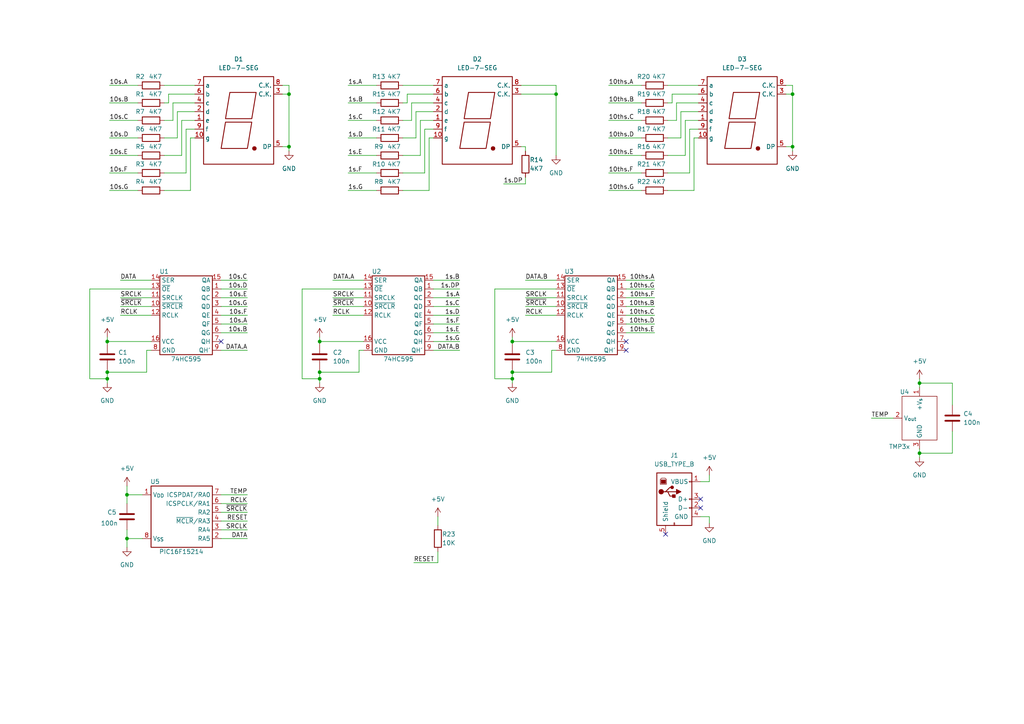
<source format=kicad_sch>
(kicad_sch (version 20230121) (generator eeschema)
  (paper "A4")
  (title_block (title "Desktop Thermometer - USB 2 Version") (rev "1.0-A"))
  (lib_symbols
    (symbol "Device:R" (pin_numbers hide) (pin_names (offset 0))
      (property "Reference" "R" (at 2.032 0 90))
      (property "Value" "R" (at 0 0 90))
      (symbol "R_0_1"
        (rectangle (start -1.016 -2.54) (end 1.016 2.54) (stroke (width 0.254)))
      )
      (symbol "R_1_1"
        (pin passive line (at 0 3.81 270) (length 1.27) (name "~") (number "1"))
        (pin passive line (at 0 -3.81 90) (length 1.27) (name "~") (number "2"))
      )
    )
    (symbol "Schematic Symbols:74HC595"
      (property "Reference" "U" (at -6.35 15.24 0))
      (property "Value" "74HC595" (at -2.54 12.7 0))
      (symbol "74HC595_1_0"
        (pin output line (at 10.16 7.62 180) (length 2.54) (name "QB") (number "1"))
        (pin input line (at -10.16 2.54 0) (length 2.54) (name "~{SRCLR}") (number "10"))
        (pin input line (at -10.16 5.08 0) (length 2.54) (name "SRCLK") (number "11"))
        (pin input line (at -10.16 0 0) (length 2.54) (name "RCLK") (number "12"))
        (pin input line (at -10.16 7.62 0) (length 2.54) (name "~{OE}") (number "13"))
        (pin input line (at -10.16 10.16 0) (length 2.54) (name "SER") (number "14"))
        (pin output line (at 10.16 10.16 180) (length 2.54) (name "QA") (number "15"))
        (pin power_in line (at -10.16 -7.62 0) (length 2.54) (name "VCC") (number "16"))
        (pin output line (at 10.16 5.08 180) (length 2.54) (name "QC") (number "2"))
        (pin output line (at 10.16 2.54 180) (length 2.54) (name "QD") (number "3"))
        (pin output line (at 10.16 0 180) (length 2.54) (name "QE") (number "4"))
        (pin output line (at 10.16 -2.54 180) (length 2.54) (name "QF") (number "5"))
        (pin output line (at 10.16 -5.08 180) (length 2.54) (name "QG") (number "6"))
        (pin output line (at 10.16 -7.62 180) (length 2.54) (name "QH") (number "7"))
        (pin power_in line (at -10.16 -10.16 0) (length 2.54) (name "GND") (number "8"))
        (pin output line (at 10.16 -10.16 180) (length 2.54) (name "QH'") (number "9"))
      )
      (symbol "74HC595_1_1"
        (rectangle (start -7.62 11.43) (end 7.62 -11.43) (stroke (width 0.254)))
      )
    )
    (symbol "Schematic Symbols:C" (pin_numbers hide) (pin_names (offset 0.254))
      (property "Reference" "C" (at 0.635 2.54 0))
      (property "Value" "C" (at 0.635 -2.54 0))
      (symbol "C_0_1"
        (polyline (pts (xy -2.032 -0.762) (xy 2.032 -0.762)) (stroke (width 0.508)))
        (polyline (pts (xy -2.032 0.762) (xy 2.032 0.762)) (stroke (width 0.508)))
      )
      (symbol "C_1_1"
        (pin passive line (at 0 3.81 270) (length 2.794) (name "~") (number "1"))
        (pin passive line (at 0 -3.81 90) (length 2.794) (name "~") (number "2"))
      )
    )
    (symbol "Schematic Symbols:LED-7-SEG"
      (property "Reference" "D" (at -10.16 13.97 0))
      (property "Value" "LED-7-SEG" (at 4.064 13.97 0))
      (symbol "LED-7-SEG_0_1"
        (rectangle (start -10.16 12.7) (end 10.16 -12.7) (stroke (width 0.254)))
        (polyline (pts (xy -3.81 -0.508) (xy 3.81 -0.508) (xy 2.54 -8.128) (xy -5.08 -8.128) (xy -3.81 -0.508) (xy -3.81 -0.508)) (stroke (width 0.254)))
        (polyline (pts (xy -2.54 8.128) (xy 5.08 8.128) (xy 3.81 0.508) (xy -3.81 0.508) (xy -2.54 8.128) (xy -2.54 8.128)) (stroke (width 0.254)))
        (circle (center 4.572 -8.128) (radius 0.508) (stroke (width 0.254)) (fill (type outline)))
      )
      (symbol "LED-7-SEG_1_1"
        (pin passive line (at -12.7 0 0) (length 2.54) (name "e") (number "1"))
        (pin passive line (at -12.7 -5.08 0) (length 2.54) (name "g") (number "10"))
        (pin passive line (at -12.7 2.54 0) (length 2.54) (name "d") (number "2"))
        (pin passive line (at 12.7 7.62 180) (length 2.54) (name "C.K.") (number "3"))
        (pin passive line (at -12.7 5.08 0) (length 2.54) (name "c") (number "4"))
        (pin passive line (at 12.7 -7.62 180) (length 2.54) (name "DP") (number "5"))
        (pin passive line (at -12.7 7.62 0) (length 2.54) (name "b") (number "6"))
        (pin passive line (at -12.7 10.16 0) (length 2.54) (name "a") (number "7"))
        (pin passive line (at 12.7 10.16 180) (length 2.54) (name "C.K.") (number "8"))
        (pin passive line (at -12.7 -2.54 0) (length 2.54) (name "f") (number "9"))
      )
    )
    (symbol "Schematic Symbols:PIC16F15214"
      (property "Reference" "U" (at -8.89 10.16 0))
      (property "Value" "PIC16F15214" (at 0 -10.16 0))
      (symbol "PIC16F15214_0_1"
        (rectangle (start -8.89 8.89) (end 8.89 -8.89) (stroke (width 0.254)))
      )
      (symbol "PIC16F15214_1_1"
        (pin power_in line (at -11.43 6.35 0) (length 2.54) (name "V_{DD}") (number "1"))
        (pin bidirectional line (at 11.43 -6.35 180) (length 2.54) (name "RA5") (number "2"))
        (pin bidirectional line (at 11.43 -3.81 180) (length 2.54) (name "RA4") (number "3"))
        (pin bidirectional line (at 11.43 -1.27 180) (length 2.54) (name "~{MCLR}/RA3") (number "4"))
        (pin bidirectional line (at 11.43 1.27 180) (length 2.54) (name "RA2") (number "5"))
        (pin bidirectional line (at 11.43 3.81 180) (length 2.54) (name "ICSPCLK/RA1") (number "6"))
        (pin bidirectional line (at 11.43 6.35 180) (length 2.54) (name "ICSPDAT/RA0") (number "7"))
        (pin power_in line (at -11.43 -6.35 0) (length 2.54) (name "V_{SS}") (number "8"))
      )
    )
    (symbol "Schematic Symbols:TMP3x"
      (property "Reference" "U" (at -5.08 7.62 0))
      (property "Value" "TMP3x" (at 3.81 -7.62 0))
      (symbol "TMP3x_0_1"
        (rectangle (start -5.08 6.35) (end 5.08 -6.35))
      )
      (symbol "TMP3x_1_1"
        (pin power_in line (at 0 8.89 270) (length 2.54) (name "+V_{s}") (number "1"))
        (pin output line (at 7.62 0 180) (length 2.54) (name "V_{out}") (number "2"))
        (pin power_in line (at 0 -8.89 90) (length 2.54) (name "GND") (number "3"))
      )
    )
    (symbol "Schematic Symbols:USB_TYPE_B" (pin_names (offset 1.016))
      (property "Reference" "J" (at -5.08 11.43 0))
      (property "Value" "USB_TYPE_B" (at -5.08 8.89 0))
      (symbol "USB_TYPE_B_0_1"
        (rectangle (start -5.08 -7.62) (end 5.08 7.62) (stroke (width 0.254)))
        (circle (center -3.81 2.159) (radius 0.635) (stroke (width 0.254)) (fill (type outline)))
        (rectangle (start -3.81 5.588) (end -2.54 4.572) (fill (type outline)))
        (circle (center -0.635 3.429) (radius 0.381) (stroke (width 0.254)) (fill (type outline)))
        (rectangle (start -0.127 -7.62) (end 0.127 -6.858))
        (polyline (pts (xy -1.905 2.159) (xy 0.635 2.159)) (stroke (width 0.254)))
        (polyline (pts (xy -3.175 2.159) (xy -2.54 2.159) (xy -1.27 3.429) (xy -0.635 3.429)) (stroke (width 0.254)))
        (polyline (pts (xy -2.54 2.159) (xy -1.905 2.159) (xy -1.27 0.889) (xy 0 0.889)) (stroke (width 0.254)))
        (polyline (pts (xy 0.635 2.794) (xy 0.635 1.524) (xy 1.905 2.159) (xy 0.635 2.794)) (stroke (width 0.254)) (fill (type outline)))
        (polyline (pts (xy -4.064 4.318) (xy -2.286 4.318) (xy -2.286 5.715) (xy -2.667 6.096) (xy -3.683 6.096) (xy -4.064 5.715) (xy -4.064 4.318)))
        (rectangle (start 0.254 1.27) (end -0.508 0.508) (stroke (width 0.254)) (fill (type outline)))
        (rectangle (start 5.08 -2.667) (end 4.318 -2.413))
        (rectangle (start 5.08 -0.127) (end 4.318 0.127))
        (rectangle (start 5.08 4.953) (end 4.318 5.207))
      )
      (symbol "USB_TYPE_B_1_1"
        (pin power_out line (at 7.62 5.08 180) (length 2.54) (name "VBUS") (number "1"))
        (pin bidirectional line (at 7.62 -2.54 180) (length 2.54) (name "D-") (number "2"))
        (pin bidirectional line (at 7.62 0 180) (length 2.54) (name "D+") (number "3"))
        (pin power_out line (at 7.62 -5.08 180) (length 2.54) (name "GND") (number "4"))
        (pin passive line (at -2.54 -10.16 90) (length 2.54) (name "Shield") (number "5"))
      )
    )
    (symbol "power:+5V" (power) (pin_names (offset 0))
      (property "Value" "+5V" (at 0 3.556 0))
      (symbol "+5V_0_1"
        (polyline (pts (xy -0.762 1.27) (xy 0 2.54)))
        (polyline (pts (xy 0 0) (xy 0 2.54)))
        (polyline (pts (xy 0 2.54) (xy 0.762 1.27)))
      )
      (symbol "+5V_1_1"
        (pin power_in line (at 0 0 90) (length 0) hide (name "+5V") (number "1"))
      )
    )
    (symbol "power:GND" (power) (pin_names (offset 0))
      (property "Value" "GND" (at 0 -3.81 0))
      (symbol "GND_0_1"
        (polyline (pts (xy 0 0) (xy 0 -1.27) (xy 1.27 -1.27) (xy 0 -2.54) (xy -1.27 -1.27) (xy 0 -1.27)))
      )
      (symbol "GND_1_1"
        (pin power_in line (at 0 0 270) (length 0) hide (name "GND") (number "1"))
      )
    )
  )
  (junction (at 92.71 99.06))
  (junction (at 83.82 27.305))
  (junction (at 148.59 99.06))
  (junction (at 31.115 109.855))
  (junction (at 92.71 107.95))
  (junction (at 83.82 42.545))
  (junction (at 148.59 107.95))
  (junction (at 36.83 156.21))
  (junction (at 229.87 27.305))
  (junction (at 36.83 143.51))
  (junction (at 31.115 99.06))
  (junction (at 229.87 42.545))
  (junction (at 31.115 107.95))
  (junction (at 92.71 109.855))
  (junction (at 161.29 27.305))
  (junction (at 148.59 109.855))
  (junction (at 266.7 131.445))
  (junction (at 266.7 111.125))
  (no_connect (at 203.2 144.78))
  (no_connect (at 181.61 101.6))
  (no_connect (at 203.2 147.32))
  (no_connect (at 64.135 99.06))
  (no_connect (at 181.61 99.06))
  (no_connect (at 193.04 154.94))
  (wire (pts (xy 92.71 107.95) (xy 92.71 107.315)))
  (wire (pts (xy 201.295 40.005) (xy 201.295 55.245)))
  (wire (pts (xy 92.71 109.855) (xy 92.71 111.125)))
  (wire (pts (xy 96.52 86.36) (xy 105.41 86.36)))
  (wire (pts (xy 100.965 55.245) (xy 109.22 55.245)))
  (wire (pts (xy 276.225 125.095) (xy 276.225 131.445)))
  (wire (pts (xy 148.59 97.79) (xy 148.59 99.06)))
  (wire (pts (xy 181.61 83.82) (xy 189.865 83.82)))
  (wire (pts (xy 152.4 51.435) (xy 152.4 53.34)))
  (wire (pts (xy 227.965 42.545) (xy 229.87 42.545)))
  (wire (pts (xy 181.61 93.98) (xy 189.865 93.98)))
  (wire (pts (xy 202.565 32.385) (xy 197.485 32.385)))
  (wire (pts (xy 56.515 27.305) (xy 48.895 27.305)))
  (wire (pts (xy 64.135 143.51) (xy 71.755 143.51)))
  (wire (pts (xy 125.73 93.98) (xy 133.35 93.98)))
  (wire (pts (xy 53.975 37.465) (xy 53.975 50.165)))
  (wire (pts (xy 200.025 37.465) (xy 200.025 50.165)))
  (wire (pts (xy 205.74 137.795) (xy 205.74 139.7)))
  (wire (pts (xy 152.4 81.28) (xy 161.29 81.28)))
  (wire (pts (xy 100.965 34.925) (xy 109.22 34.925)))
  (wire (pts (xy 47.625 34.925) (xy 50.165 34.925)))
  (wire (pts (xy 116.84 34.925) (xy 119.38 34.925)))
  (wire (pts (xy 31.75 55.245) (xy 40.005 55.245)))
  (wire (pts (xy 31.115 99.06) (xy 31.115 99.695)))
  (wire (pts (xy 56.515 37.465) (xy 53.975 37.465)))
  (wire (pts (xy 125.73 40.005) (xy 124.46 40.005)))
  (wire (pts (xy 64.135 81.28) (xy 71.755 81.28)))
  (wire (pts (xy 116.84 29.845) (xy 118.11 29.845)))
  (wire (pts (xy 161.29 101.6) (xy 160.02 101.6)))
  (wire (pts (xy 31.75 40.005) (xy 40.005 40.005)))
  (wire (pts (xy 31.75 50.165) (xy 40.005 50.165)))
  (wire (pts (xy 125.73 32.385) (xy 120.65 32.385)))
  (wire (pts (xy 176.53 24.765) (xy 186.055 24.765)))
  (wire (pts (xy 81.915 27.305) (xy 83.82 27.305)))
  (wire (pts (xy 42.545 107.95) (xy 31.115 107.95)))
  (wire (pts (xy 83.82 27.305) (xy 83.82 42.545)))
  (wire (pts (xy 125.73 81.28) (xy 133.35 81.28)))
  (wire (pts (xy 92.71 107.95) (xy 92.71 109.855)))
  (wire (pts (xy 125.73 91.44) (xy 133.35 91.44)))
  (wire (pts (xy 202.565 37.465) (xy 200.025 37.465)))
  (wire (pts (xy 152.4 86.36) (xy 161.29 86.36)))
  (wire (pts (xy 43.815 101.6) (xy 42.545 101.6)))
  (wire (pts (xy 181.61 91.44) (xy 189.865 91.44)))
  (wire (pts (xy 87.63 83.82) (xy 87.63 109.855)))
  (wire (pts (xy 116.84 50.165) (xy 123.19 50.165)))
  (wire (pts (xy 52.705 34.925) (xy 52.705 45.085)))
  (wire (pts (xy 64.135 91.44) (xy 71.755 91.44)))
  (wire (pts (xy 100.965 50.165) (xy 109.22 50.165)))
  (wire (pts (xy 64.135 151.13) (xy 71.755 151.13)))
  (wire (pts (xy 266.7 131.445) (xy 266.7 132.715)))
  (wire (pts (xy 202.565 29.845) (xy 196.215 29.845)))
  (wire (pts (xy 161.29 24.765) (xy 161.29 27.305)))
  (wire (pts (xy 34.925 81.28) (xy 43.815 81.28)))
  (wire (pts (xy 176.53 29.845) (xy 186.055 29.845)))
  (wire (pts (xy 31.75 45.085) (xy 40.005 45.085)))
  (wire (pts (xy 205.74 151.765) (xy 205.74 149.86)))
  (wire (pts (xy 81.915 42.545) (xy 83.82 42.545)))
  (wire (pts (xy 26.035 83.82) (xy 26.035 109.855)))
  (wire (pts (xy 125.73 27.305) (xy 118.11 27.305)))
  (wire (pts (xy 276.225 117.475) (xy 276.225 111.125)))
  (wire (pts (xy 276.225 131.445) (xy 266.7 131.445)))
  (wire (pts (xy 194.945 27.305) (xy 194.945 29.845)))
  (wire (pts (xy 64.135 146.05) (xy 71.755 146.05)))
  (wire (pts (xy 96.52 88.9) (xy 105.41 88.9)))
  (wire (pts (xy 47.625 40.005) (xy 51.435 40.005)))
  (wire (pts (xy 266.7 111.125) (xy 266.7 112.395)))
  (wire (pts (xy 125.73 99.06) (xy 133.35 99.06)))
  (wire (pts (xy 36.83 143.51) (xy 36.83 146.05)))
  (wire (pts (xy 36.83 156.21) (xy 41.275 156.21)))
  (wire (pts (xy 193.675 24.765) (xy 202.565 24.765)))
  (wire (pts (xy 64.135 93.98) (xy 71.755 93.98)))
  (wire (pts (xy 104.14 107.95) (xy 92.71 107.95)))
  (wire (pts (xy 176.53 45.085) (xy 186.055 45.085)))
  (wire (pts (xy 176.53 34.925) (xy 186.055 34.925)))
  (wire (pts (xy 47.625 45.085) (xy 52.705 45.085)))
  (wire (pts (xy 198.755 34.925) (xy 198.755 45.085)))
  (wire (pts (xy 127 160.02) (xy 127 163.195)))
  (wire (pts (xy 176.53 50.165) (xy 186.055 50.165)))
  (wire (pts (xy 64.135 148.59) (xy 71.755 148.59)))
  (wire (pts (xy 100.965 29.845) (xy 109.22 29.845)))
  (wire (pts (xy 193.675 55.245) (xy 201.295 55.245)))
  (wire (pts (xy 81.915 24.765) (xy 83.82 24.765)))
  (wire (pts (xy 148.59 99.06) (xy 161.29 99.06)))
  (wire (pts (xy 47.625 29.845) (xy 48.895 29.845)))
  (wire (pts (xy 176.53 55.245) (xy 186.055 55.245)))
  (wire (pts (xy 151.13 42.545) (xy 152.4 42.545)))
  (wire (pts (xy 151.13 27.305) (xy 161.29 27.305)))
  (wire (pts (xy 193.675 45.085) (xy 198.755 45.085)))
  (wire (pts (xy 105.41 101.6) (xy 104.14 101.6)))
  (wire (pts (xy 48.895 27.305) (xy 48.895 29.845)))
  (wire (pts (xy 36.83 140.97) (xy 36.83 143.51)))
  (wire (pts (xy 252.73 121.285) (xy 259.08 121.285)))
  (wire (pts (xy 31.75 29.845) (xy 40.005 29.845)))
  (wire (pts (xy 125.73 101.6) (xy 133.35 101.6)))
  (wire (pts (xy 229.87 24.765) (xy 229.87 27.305)))
  (wire (pts (xy 36.83 153.67) (xy 36.83 156.21)))
  (wire (pts (xy 100.965 45.085) (xy 109.22 45.085)))
  (wire (pts (xy 266.7 130.175) (xy 266.7 131.445)))
  (wire (pts (xy 193.675 50.165) (xy 200.025 50.165)))
  (wire (pts (xy 31.115 107.95) (xy 31.115 107.315)))
  (wire (pts (xy 161.29 27.305) (xy 161.29 45.085)))
  (wire (pts (xy 202.565 34.925) (xy 198.755 34.925)))
  (wire (pts (xy 100.965 40.005) (xy 109.22 40.005)))
  (wire (pts (xy 125.73 83.82) (xy 133.35 83.82)))
  (wire (pts (xy 276.225 111.125) (xy 266.7 111.125)))
  (wire (pts (xy 64.135 101.6) (xy 71.755 101.6)))
  (wire (pts (xy 64.135 86.36) (xy 71.755 86.36)))
  (wire (pts (xy 229.87 42.545) (xy 229.87 43.815)))
  (wire (pts (xy 124.46 40.005) (xy 124.46 55.245)))
  (wire (pts (xy 227.965 27.305) (xy 229.87 27.305)))
  (wire (pts (xy 181.61 96.52) (xy 189.865 96.52)))
  (wire (pts (xy 202.565 27.305) (xy 194.945 27.305)))
  (wire (pts (xy 125.73 29.845) (xy 119.38 29.845)))
  (wire (pts (xy 31.75 24.765) (xy 40.005 24.765)))
  (wire (pts (xy 120.015 163.195) (xy 127 163.195)))
  (wire (pts (xy 41.275 143.51) (xy 36.83 143.51)))
  (wire (pts (xy 120.65 32.385) (xy 120.65 40.005)))
  (wire (pts (xy 34.925 88.9) (xy 43.815 88.9)))
  (wire (pts (xy 96.52 81.28) (xy 105.41 81.28)))
  (wire (pts (xy 123.19 37.465) (xy 123.19 50.165)))
  (wire (pts (xy 125.73 37.465) (xy 123.19 37.465)))
  (wire (pts (xy 83.82 24.765) (xy 83.82 27.305)))
  (wire (pts (xy 125.73 86.36) (xy 133.35 86.36)))
  (wire (pts (xy 152.4 88.9) (xy 161.29 88.9)))
  (wire (pts (xy 161.29 83.82) (xy 143.51 83.82)))
  (wire (pts (xy 56.515 40.005) (xy 55.245 40.005)))
  (wire (pts (xy 116.84 45.085) (xy 121.92 45.085)))
  (wire (pts (xy 160.02 107.95) (xy 148.59 107.95)))
  (wire (pts (xy 148.59 107.95) (xy 148.59 109.855)))
  (wire (pts (xy 104.14 101.6) (xy 104.14 107.95)))
  (wire (pts (xy 116.84 40.005) (xy 120.65 40.005)))
  (wire (pts (xy 47.625 55.245) (xy 55.245 55.245)))
  (wire (pts (xy 116.84 55.245) (xy 124.46 55.245)))
  (wire (pts (xy 205.74 139.7) (xy 203.2 139.7)))
  (wire (pts (xy 197.485 32.385) (xy 197.485 40.005)))
  (wire (pts (xy 92.71 99.06) (xy 92.71 99.695)))
  (wire (pts (xy 193.675 29.845) (xy 194.945 29.845)))
  (wire (pts (xy 181.61 86.36) (xy 189.865 86.36)))
  (wire (pts (xy 96.52 91.44) (xy 105.41 91.44)))
  (wire (pts (xy 266.7 109.855) (xy 266.7 111.125)))
  (wire (pts (xy 143.51 109.855) (xy 148.59 109.855)))
  (wire (pts (xy 118.11 27.305) (xy 118.11 29.845)))
  (wire (pts (xy 64.135 153.67) (xy 71.755 153.67)))
  (wire (pts (xy 36.83 156.21) (xy 36.83 158.75)))
  (wire (pts (xy 143.51 83.82) (xy 143.51 109.855)))
  (wire (pts (xy 181.61 88.9) (xy 189.865 88.9)))
  (wire (pts (xy 31.115 97.79) (xy 31.115 99.06)))
  (wire (pts (xy 64.135 88.9) (xy 71.755 88.9)))
  (wire (pts (xy 119.38 29.845) (xy 119.38 34.925)))
  (wire (pts (xy 152.4 91.44) (xy 161.29 91.44)))
  (wire (pts (xy 151.13 24.765) (xy 161.29 24.765)))
  (wire (pts (xy 42.545 101.6) (xy 42.545 107.95)))
  (wire (pts (xy 148.59 107.95) (xy 148.59 107.315)))
  (wire (pts (xy 160.02 101.6) (xy 160.02 107.95)))
  (wire (pts (xy 125.73 88.9) (xy 133.35 88.9)))
  (wire (pts (xy 148.59 109.855) (xy 148.59 111.125)))
  (wire (pts (xy 47.625 50.165) (xy 53.975 50.165)))
  (wire (pts (xy 176.53 40.005) (xy 186.055 40.005)))
  (wire (pts (xy 64.135 83.82) (xy 71.755 83.82)))
  (wire (pts (xy 87.63 109.855) (xy 92.71 109.855)))
  (wire (pts (xy 92.71 99.06) (xy 105.41 99.06)))
  (wire (pts (xy 127 149.86) (xy 127 152.4)))
  (wire (pts (xy 34.925 86.36) (xy 43.815 86.36)))
  (wire (pts (xy 227.965 24.765) (xy 229.87 24.765)))
  (wire (pts (xy 64.135 156.21) (xy 71.755 156.21)))
  (wire (pts (xy 152.4 42.545) (xy 152.4 43.815)))
  (wire (pts (xy 31.115 99.06) (xy 43.815 99.06)))
  (wire (pts (xy 100.965 24.765) (xy 109.22 24.765)))
  (wire (pts (xy 125.73 34.925) (xy 121.92 34.925)))
  (wire (pts (xy 121.92 34.925) (xy 121.92 45.085)))
  (wire (pts (xy 55.245 40.005) (xy 55.245 55.245)))
  (wire (pts (xy 51.435 32.385) (xy 51.435 40.005)))
  (wire (pts (xy 146.05 53.34) (xy 152.4 53.34)))
  (wire (pts (xy 92.71 97.79) (xy 92.71 99.06)))
  (wire (pts (xy 43.815 83.82) (xy 26.035 83.82)))
  (wire (pts (xy 34.925 91.44) (xy 43.815 91.44)))
  (wire (pts (xy 196.215 29.845) (xy 196.215 34.925)))
  (wire (pts (xy 148.59 99.06) (xy 148.59 99.695)))
  (wire (pts (xy 125.73 96.52) (xy 133.35 96.52)))
  (wire (pts (xy 56.515 29.845) (xy 50.165 29.845)))
  (wire (pts (xy 116.84 24.765) (xy 125.73 24.765)))
  (wire (pts (xy 50.165 29.845) (xy 50.165 34.925)))
  (wire (pts (xy 205.74 149.86) (xy 203.2 149.86)))
  (wire (pts (xy 202.565 40.005) (xy 201.295 40.005)))
  (wire (pts (xy 83.82 42.545) (xy 83.82 43.815)))
  (wire (pts (xy 26.035 109.855) (xy 31.115 109.855)))
  (wire (pts (xy 105.41 83.82) (xy 87.63 83.82)))
  (wire (pts (xy 47.625 24.765) (xy 56.515 24.765)))
  (wire (pts (xy 56.515 32.385) (xy 51.435 32.385)))
  (wire (pts (xy 193.675 40.005) (xy 197.485 40.005)))
  (wire (pts (xy 181.61 81.28) (xy 189.865 81.28)))
  (wire (pts (xy 31.75 34.925) (xy 40.005 34.925)))
  (wire (pts (xy 193.675 34.925) (xy 196.215 34.925)))
  (wire (pts (xy 31.115 109.855) (xy 31.115 111.125)))
  (wire (pts (xy 64.135 96.52) (xy 71.755 96.52)))
  (wire (pts (xy 56.515 34.925) (xy 52.705 34.925)))
  (wire (pts (xy 31.115 107.95) (xy 31.115 109.855)))
  (wire (pts (xy 229.87 27.305) (xy 229.87 42.545)))
  (label "10ths.B" (at 176.53 29.845 0))
  (label "10s.C" (at 31.75 34.925 0))
  (label "10ths.G" (at 176.53 55.245 0))
  (label "10s.D" (at 71.755 83.82 180))
  (label "TEMP" (at 71.755 143.51 180))
  (label "RESET" (at 120.015 163.195 0))
  (label "~{SRCLK}" (at 96.52 88.9 0))
  (label "10s.F" (at 71.755 91.44 180))
  (label "10ths.D" (at 176.53 40.005 0))
  (label "10s.G" (at 31.75 55.245 0))
  (label "1s.D" (at 133.35 91.44 180))
  (label "SRCLK" (at 152.4 86.36 0))
  (label "10ths.E" (at 189.865 96.52 180))
  (label "10ths.C" (at 176.53 34.925 0))
  (label "DATA.A" (at 96.52 81.28 0))
  (label "~{SRCLK}" (at 71.755 148.59 180))
  (label "SRCLK" (at 34.925 86.36 0))
  (label "10ths.D" (at 189.865 93.98 180))
  (label "1s.A" (at 100.965 24.765 0))
  (label "10ths.C" (at 189.865 91.44 180))
  (label "1s.B" (at 100.965 29.845 0))
  (label "1s.A" (at 133.35 86.36 180))
  (label "10s.E" (at 31.75 45.085 0))
  (label "DATA.A" (at 71.755 101.6 180))
  (label "10s.C" (at 71.755 81.28 180))
  (label "1s.G" (at 133.35 99.06 180))
  (label "1s.C" (at 100.965 34.925 0))
  (label "~{SRCLK}" (at 34.925 88.9 0))
  (label "10s.B" (at 71.755 96.52 180))
  (label "DATA" (at 71.755 156.21 180))
  (label "10s.D" (at 31.75 40.005 0))
  (label "RCLK" (at 152.4 91.44 0))
  (label "10s.A" (at 31.75 24.765 0))
  (label "10ths.G" (at 189.865 83.82 180))
  (label "10ths.F" (at 189.865 86.36 180))
  (label "RCLK" (at 96.52 91.44 0))
  (label "10s.E" (at 71.755 86.36 180))
  (label "~{SRCLK}" (at 152.4 88.9 0))
  (label "1s.D" (at 100.965 40.005 0))
  (label "1s.B" (at 133.35 81.28 180))
  (label "10ths.A" (at 176.53 24.765 0))
  (label "1s.C" (at 133.35 88.9 180))
  (label "1s.E" (at 100.965 45.085 0))
  (label "10s.B" (at 31.75 29.845 0))
  (label "SRCLK" (at 71.755 153.67 180))
  (label "1s.E" (at 133.35 96.52 180))
  (label "RCLK" (at 34.925 91.44 0))
  (label "TEMP" (at 252.73 121.285 0))
  (label "10s.G" (at 71.755 88.9 180))
  (label "1s.G" (at 100.965 55.245 0))
  (label "10ths.E" (at 176.53 45.085 0))
  (label "RCLK" (at 71.755 146.05 180))
  (label "10ths.B" (at 189.865 88.9 180))
  (label "1s.F" (at 133.35 93.98 180))
  (label "DATA.B" (at 133.35 101.6 180))
  (label "1s.F" (at 100.965 50.165 0))
  (label "SRCLK" (at 96.52 86.36 0))
  (label "DATA" (at 34.925 81.28 0))
  (label "10s.A" (at 71.755 93.98 180))
  (label "RESET" (at 71.755 151.13 180))
  (label "DATA.B" (at 152.4 81.28 0))
  (label "10s.F" (at 31.75 50.165 0))
  (label "1s.DP" (at 133.35 83.82 180))
  (label "10ths.F" (at 176.53 50.165 0))
  (label "1s.DP" (at 146.05 53.34 0))
  (label "10ths.A" (at 189.865 81.28 180))
  (symbol (lib_id "Device:R") (at 113.03 29.845 90) (unit 1)
    (property "Reference" "R15" (at 109.855 27.305 90))
    (property "Value" "4K7" (at 114.3 27.305 90))
    (property "Footprint" "Resistor_THT:R_Axial_DIN0207_L6.3mm_D2.5mm_P10.16mm_Horizontal" (effects hide))
    (property "Datasheet" "https://www.seielect.com/catalog/sei-cf_cfm.pdf" (effects hide))
  )
  (symbol (lib_id "power:+5V") (at 205.74 137.795 0) (unit 1)
    (property "Reference" "#PWR014" (effects hide))
    (property "Value" "+5V" (at 205.74 132.715 0))
  )
  (symbol (lib_id "power:GND") (at 229.87 43.815 0) (unit 1)
    (property "Reference" "#PWR04" (effects hide))
    (property "Value" "GND" (at 229.87 48.895 0))
  )
  (symbol (lib_id "power:GND") (at 36.83 158.75 0) (unit 1)
    (property "Reference" "#PWR018" (effects hide))
    (property "Value" "GND" (at 36.83 163.83 0))
  )
  (symbol (lib_id "power:+5V") (at 36.83 140.97 0) (unit 1)
    (property "Reference" "#PWR015" (effects hide))
    (property "Value" "+5V" (at 36.83 135.89 0))
  )
  (symbol (lib_id "Device:R") (at 113.03 34.925 90) (unit 1)
    (property "Reference" "R12" (at 109.855 32.385 90))
    (property "Value" "4K7" (at 114.3 32.385 90))
    (property "Footprint" "Resistor_THT:R_Axial_DIN0207_L6.3mm_D2.5mm_P10.16mm_Horizontal" (effects hide))
    (property "Datasheet" "https://www.seielect.com/catalog/sei-cf_cfm.pdf" (effects hide))
  )
  (symbol (lib_id "Device:R") (at 152.4 47.625 0) (unit 1)
    (property "Reference" "R14" (at 155.575 46.355 0))
    (property "Value" "4K7" (at 155.575 48.895 0))
    (property "Footprint" "Resistor_THT:R_Axial_DIN0207_L6.3mm_D2.5mm_P10.16mm_Horizontal" (effects hide))
    (property "Datasheet" "https://www.seielect.com/catalog/sei-cf_cfm.pdf" (effects hide))
  )
  (symbol (lib_id "Schematic Symbols:LED-7-SEG") (at 138.43 34.925 0) (unit 1)
    (property "Reference" "D2" (at 138.43 17.145 0))
    (property "Value" "LED-7-SEG" (at 138.43 19.685 0))
    (property "Footprint" "Footprints:LED-7-SEG" (effects hide))
    (property "Datasheet" "https://www.inolux-corp.com/datasheet/Display/Through-Hole-Display/SingleDigit/INND-TS56%20Series_V1.0.pdf" (effects hide))
  )
  (symbol (lib_id "Device:R") (at 113.03 24.765 90) (unit 1)
    (property "Reference" "R13" (at 109.855 22.225 90))
    (property "Value" "4K7" (at 114.3 22.225 90))
    (property "Footprint" "Resistor_THT:R_Axial_DIN0207_L6.3mm_D2.5mm_P10.16mm_Horizontal" (effects hide))
    (property "Datasheet" "https://www.seielect.com/catalog/sei-cf_cfm.pdf" (effects hide))
  )
  (symbol (lib_id "Device:R") (at 43.815 40.005 90) (unit 1)
    (property "Reference" "R6" (at 40.64 37.465 90))
    (property "Value" "4K7" (at 45.085 37.465 90))
    (property "Footprint" "Resistor_THT:R_Axial_DIN0207_L6.3mm_D2.5mm_P10.16mm_Horizontal" (effects hide))
    (property "Datasheet" "https://www.seielect.com/catalog/sei-cf_cfm.pdf" (effects hide))
  )
  (symbol (lib_id "power:+5V") (at 31.115 97.79 0) (unit 1)
    (property "Reference" "#PWR06" (effects hide))
    (property "Value" "+5V" (at 31.115 92.71 0))
  )
  (symbol (lib_id "Device:R") (at 189.865 45.085 90) (unit 1)
    (property "Reference" "R16" (at 186.69 42.545 90))
    (property "Value" "4K7" (at 191.135 42.545 90))
    (property "Footprint" "Resistor_THT:R_Axial_DIN0207_L6.3mm_D2.5mm_P10.16mm_Horizontal" (effects hide))
    (property "Datasheet" "https://www.seielect.com/catalog/sei-cf_cfm.pdf" (effects hide))
  )
  (symbol (lib_id "Schematic Symbols:LED-7-SEG") (at 69.215 34.925 0) (unit 1)
    (property "Reference" "D1" (at 69.215 17.145 0))
    (property "Value" "LED-7-SEG" (at 69.215 19.685 0))
    (property "Footprint" "Footprints:LED-7-SEG" (effects hide))
    (property "Datasheet" "https://www.inolux-corp.com/datasheet/Display/Through-Hole-Display/SingleDigit/INND-TS56%20Series_V1.0.pdf" (effects hide))
  )
  (symbol (lib_id "power:GND") (at 83.82 43.815 0) (unit 1)
    (property "Reference" "#PWR03" (effects hide))
    (property "Value" "GND" (at 83.82 48.895 0))
  )
  (symbol (lib_id "Device:R") (at 189.865 40.005 90) (unit 1)
    (property "Reference" "R17" (at 186.69 37.465 90))
    (property "Value" "4K7" (at 191.135 37.465 90))
    (property "Footprint" "Resistor_THT:R_Axial_DIN0207_L6.3mm_D2.5mm_P10.16mm_Horizontal" (effects hide))
    (property "Datasheet" "https://www.seielect.com/catalog/sei-cf_cfm.pdf" (effects hide))
  )
  (symbol (lib_id "power:GND") (at 31.115 111.125 0) (unit 1)
    (property "Reference" "#PWR010" (effects hide))
    (property "Value" "GND" (at 31.115 116.205 0))
  )
  (symbol (lib_id "power:+5V") (at 127 149.86 0) (unit 1)
    (property "Reference" "#PWR016" (effects hide))
    (property "Value" "+5V" (at 127 144.78 0))
  )
  (symbol (lib_id "Device:R") (at 43.815 24.765 90) (unit 1)
    (property "Reference" "R2" (at 40.64 22.225 90))
    (property "Value" "4K7" (at 45.085 22.225 90))
    (property "Footprint" "Resistor_THT:R_Axial_DIN0207_L6.3mm_D2.5mm_P10.16mm_Horizontal" (effects hide))
    (property "Datasheet" "https://www.seielect.com/catalog/sei-cf_cfm.pdf" (effects hide))
  )
  (symbol (lib_id "Device:R") (at 127 156.21 0) (unit 1)
    (property "Reference" "R23" (at 130.175 154.94 0))
    (property "Value" "10K" (at 130.175 157.48 0))
    (property "Footprint" "Resistor_THT:R_Axial_DIN0207_L6.3mm_D2.5mm_P10.16mm_Horizontal" (effects hide))
    (property "Datasheet" "https://www.seielect.com/catalog/sei-cf_cfm.pdf" (effects hide))
  )
  (symbol (lib_id "Schematic Symbols:C") (at 36.83 149.86 0) (unit 1)
    (property "Reference" "C5" (at 31.115 148.59 0) (effects (justify left)))
    (property "Value" "100n" (at 29.21 151.765 0) (effects (justify left)))
    (property "Footprint" "Footprints:C_Epoxy_D5.5mm_W3.2mm_P5.00mm" (effects hide))
    (property "Datasheet" "https://www.vishay.com/docs/45171/kseries.pdf" (effects hide))
  )
  (symbol (lib_id "Device:R") (at 43.815 29.845 90) (unit 1)
    (property "Reference" "R1" (at 40.64 27.305 90))
    (property "Value" "4K7" (at 45.085 27.305 90))
    (property "Footprint" "Resistor_THT:R_Axial_DIN0207_L6.3mm_D2.5mm_P10.16mm_Horizontal" (effects hide))
    (property "Datasheet" "https://www.seielect.com/catalog/sei-cf_cfm.pdf" (effects hide))
  )
  (symbol (lib_id "Device:R") (at 43.815 45.085 90) (unit 1)
    (property "Reference" "R5" (at 40.64 42.545 90))
    (property "Value" "4K7" (at 45.085 42.545 90))
    (property "Footprint" "Resistor_THT:R_Axial_DIN0207_L6.3mm_D2.5mm_P10.16mm_Horizontal" (effects hide))
    (property "Datasheet" "https://www.seielect.com/catalog/sei-cf_cfm.pdf" (effects hide))
  )
  (symbol (lib_id "Schematic Symbols:USB_TYPE_B") (at 195.58 144.78 0) (unit 1)
    (property "Reference" "J1" (at 195.58 132.08 0))
    (property "Value" "USB_TYPE_B" (at 195.58 134.62 0))
    (property "Footprint" "Footprints:USB_TYPE_B" (effects hide))
    (property "Datasheet" "https://www.cuidevices.com/product/resource/uj2-bh-th.pdf" (effects hide))
  )
  (symbol (lib_id "power:GND") (at 148.59 111.125 0) (unit 1)
    (property "Reference" "#PWR012" (effects hide))
    (property "Value" "GND" (at 148.59 116.205 0))
  )
  (symbol (lib_id "power:+5V") (at 148.59 97.79 0) (unit 1)
    (property "Reference" "#PWR08" (effects hide))
    (property "Value" "+5V" (at 148.59 92.71 0))
  )
  (symbol (lib_id "power:GND") (at 92.71 111.125 0) (unit 1)
    (property "Reference" "#PWR011" (effects hide))
    (property "Value" "GND" (at 92.71 116.205 0))
  )
  (symbol (lib_id "Device:R") (at 43.815 55.245 90) (unit 1)
    (property "Reference" "R4" (at 40.64 52.705 90))
    (property "Value" "4K7" (at 45.085 52.705 90))
    (property "Footprint" "Resistor_THT:R_Axial_DIN0207_L6.3mm_D2.5mm_P10.16mm_Horizontal" (effects hide))
    (property "Datasheet" "https://www.seielect.com/catalog/sei-cf_cfm.pdf" (effects hide))
  )
  (symbol (lib_id "Schematic Symbols:C") (at 276.225 121.285 0) (unit 1)
    (property "Reference" "C4" (at 279.4 120.015 0) (effects (justify left)))
    (property "Value" "100n" (at 279.4 122.555 0) (effects (justify left)))
    (property "Footprint" "Footprints:C_Epoxy_D5.5mm_W3.2mm_P5.00mm" (effects hide))
    (property "Datasheet" "https://www.vishay.com/docs/45171/kseries.pdf" (effects hide))
  )
  (symbol (lib_id "Device:R") (at 189.865 29.845 90) (unit 1)
    (property "Reference" "R19" (at 186.69 27.305 90))
    (property "Value" "4K7" (at 191.135 27.305 90))
    (property "Footprint" "Resistor_THT:R_Axial_DIN0207_L6.3mm_D2.5mm_P10.16mm_Horizontal" (effects hide))
    (property "Datasheet" "https://www.seielect.com/catalog/sei-cf_cfm.pdf" (effects hide))
  )
  (symbol (lib_id "power:GND") (at 161.29 45.085 0) (unit 1)
    (property "Reference" "#PWR05" (effects hide))
    (property "Value" "GND" (at 161.29 50.165 0))
  )
  (symbol (lib_id "Device:R") (at 189.865 55.245 90) (unit 1)
    (property "Reference" "R22" (at 186.69 52.705 90))
    (property "Value" "4K7" (at 191.135 52.705 90))
    (property "Footprint" "Resistor_THT:R_Axial_DIN0207_L6.3mm_D2.5mm_P10.16mm_Horizontal" (effects hide))
    (property "Datasheet" "https://www.seielect.com/catalog/sei-cf_cfm.pdf" (effects hide))
  )
  (symbol (lib_id "power:+5V") (at 92.71 97.79 0) (unit 1)
    (property "Reference" "#PWR07" (effects hide))
    (property "Value" "+5V" (at 92.71 92.71 0))
  )
  (symbol (lib_id "power:GND") (at 205.74 151.765 0) (unit 1)
    (property "Reference" "#PWR017" (effects hide))
    (property "Value" "GND" (at 205.74 156.845 0))
  )
  (symbol (lib_id "Device:R") (at 189.865 50.165 90) (unit 1)
    (property "Reference" "R21" (at 186.69 47.625 90))
    (property "Value" "4K7" (at 191.135 47.625 90))
    (property "Footprint" "Resistor_THT:R_Axial_DIN0207_L6.3mm_D2.5mm_P10.16mm_Horizontal" (effects hide))
    (property "Datasheet" "https://www.seielect.com/catalog/sei-cf_cfm.pdf" (effects hide))
  )
  (symbol (lib_id "Schematic Symbols:74HC595") (at 171.45 91.44 0) (unit 1)
    (property "Reference" "U3" (at 165.1 78.74 0))
    (property "Value" "74HC595" (at 171.45 104.14 0))
    (property "Footprint" "Footprints:DIP-16_W7.62mm_LongPads" (effects hide))
    (property "Datasheet" "http://www.ti.com/lit/ds/symlink/sn74hc595.pdf" (effects hide))
  )
  (symbol (lib_id "Device:R") (at 113.03 45.085 90) (unit 1)
    (property "Reference" "R9" (at 109.855 42.545 90))
    (property "Value" "4K7" (at 114.3 42.545 90))
    (property "Footprint" "Resistor_THT:R_Axial_DIN0207_L6.3mm_D2.5mm_P10.16mm_Horizontal" (effects hide))
    (property "Datasheet" "https://www.seielect.com/catalog/sei-cf_cfm.pdf" (effects hide))
  )
  (symbol (lib_id "Schematic Symbols:PIC16F15214") (at 52.705 149.86 0) (unit 1)
    (property "Reference" "U5" (at 46.355 139.7 0) (effects (justify right)))
    (property "Value" "PIC16F15214" (at 59.055 160.02 0) (effects (justify right)))
    (property "Footprint" "Footprints:DIP-8_W7.62mm_LongPads" (effects hide))
    (property "Datasheet" "https://ww1.microchip.com/downloads/en/DeviceDoc/PIC16F15213-14-23-24-43-44-Data-Sheet-DS40002195B.pdf" (effects hide))
  )
  (symbol (lib_id "Device:R") (at 113.03 50.165 90) (unit 1)
    (property "Reference" "R10" (at 109.855 47.625 90))
    (property "Value" "4K7" (at 114.3 47.625 90))
    (property "Footprint" "Resistor_THT:R_Axial_DIN0207_L6.3mm_D2.5mm_P10.16mm_Horizontal" (effects hide))
    (property "Datasheet" "https://www.seielect.com/catalog/sei-cf_cfm.pdf" (effects hide))
  )
  (symbol (lib_id "Device:R") (at 43.815 50.165 90) (unit 1)
    (property "Reference" "R3" (at 40.64 47.625 90))
    (property "Value" "4K7" (at 45.085 47.625 90))
    (property "Footprint" "Resistor_THT:R_Axial_DIN0207_L6.3mm_D2.5mm_P10.16mm_Horizontal" (effects hide))
    (property "Datasheet" "https://www.seielect.com/catalog/sei-cf_cfm.pdf" (effects hide))
  )
  (symbol (lib_id "Schematic Symbols:74HC595") (at 115.57 91.44 0) (unit 1)
    (property "Reference" "U2" (at 109.22 78.74 0))
    (property "Value" "74HC595" (at 115.57 104.14 0))
    (property "Footprint" "Footprints:DIP-16_W7.62mm_LongPads" (effects hide))
    (property "Datasheet" "http://www.ti.com/lit/ds/symlink/sn74hc595.pdf" (effects hide))
  )
  (symbol (lib_id "Device:R") (at 43.815 34.925 90) (unit 1)
    (property "Reference" "R7" (at 40.64 32.385 90))
    (property "Value" "4K7" (at 45.085 32.385 90))
    (property "Footprint" "Resistor_THT:R_Axial_DIN0207_L6.3mm_D2.5mm_P10.16mm_Horizontal" (effects hide))
    (property "Datasheet" "https://www.seielect.com/catalog/sei-cf_cfm.pdf" (effects hide))
  )
  (symbol (lib_id "Schematic Symbols:TMP3x") (at 266.7 121.285 0) (mirror y) (unit 1)
    (property "Reference" "U4" (at 260.985 113.665 0) (effects (justify right)))
    (property "Value" "TMP3x" (at 257.81 129.54 0) (effects (justify right)))
    (property "Footprint" "Footprints:TMP3x_TO-92" (effects hide))
    (property "Datasheet" "https://www.analog.com/media/en/technical-documentation/data-sheets/TMP35_36_37.pdf" (effects hide))
  )
  (symbol (lib_id "power:+5V") (at 266.7 109.855 0) (unit 1)
    (property "Reference" "#PWR09" (effects hide))
    (property "Value" "+5V" (at 266.7 104.775 0))
  )
  (symbol (lib_id "Schematic Symbols:C") (at 148.59 103.505 0) (unit 1)
    (property "Reference" "C3" (at 152.4 102.235 0) (effects (justify left)))
    (property "Value" "100n" (at 152.4 104.775 0) (effects (justify left)))
    (property "Footprint" "Footprints:C_Epoxy_D5.5mm_W3.2mm_P5.00mm" (effects hide))
    (property "Datasheet" "https://www.vishay.com/docs/45171/kseries.pdf" (effects hide))
  )
  (symbol (lib_id "Device:R") (at 113.03 40.005 90) (unit 1)
    (property "Reference" "R11" (at 109.855 37.465 90))
    (property "Value" "4K7" (at 114.3 37.465 90))
    (property "Footprint" "Resistor_THT:R_Axial_DIN0207_L6.3mm_D2.5mm_P10.16mm_Horizontal" (effects hide))
    (property "Datasheet" "https://www.seielect.com/catalog/sei-cf_cfm.pdf" (effects hide))
  )
  (symbol (lib_id "Device:R") (at 113.03 55.245 90) (unit 1)
    (property "Reference" "R8" (at 109.855 52.705 90))
    (property "Value" "4K7" (at 114.3 52.705 90))
    (property "Footprint" "Resistor_THT:R_Axial_DIN0207_L6.3mm_D2.5mm_P10.16mm_Horizontal" (effects hide))
    (property "Datasheet" "https://www.seielect.com/catalog/sei-cf_cfm.pdf" (effects hide))
  )
  (symbol (lib_id "Schematic Symbols:C") (at 92.71 103.505 0) (unit 1)
    (property "Reference" "C2" (at 96.52 102.235 0) (effects (justify left)))
    (property "Value" "100n" (at 96.52 104.775 0) (effects (justify left)))
    (property "Footprint" "Footprints:C_Epoxy_D5.5mm_W3.2mm_P5.00mm" (effects hide))
    (property "Datasheet" "https://www.vishay.com/docs/45171/kseries.pdf" (effects hide))
  )
  (symbol (lib_id "power:GND") (at 266.7 132.715 0) (unit 1)
    (property "Reference" "#PWR013" (effects hide))
    (property "Value" "GND" (at 266.7 137.795 0))
  )
  (symbol (lib_id "Schematic Symbols:C") (at 31.115 103.505 0) (unit 1)
    (property "Reference" "C1" (at 34.29 102.235 0) (effects (justify left)))
    (property "Value" "100n" (at 34.29 104.775 0) (effects (justify left)))
    (property "Footprint" "Footprints:C_Epoxy_D5.5mm_W3.2mm_P5.00mm" (effects hide))
    (property "Datasheet" "https://www.vishay.com/docs/45171/kseries.pdf" (effects hide))
  )
  (symbol (lib_id "Schematic Symbols:74HC595") (at 53.975 91.44 0) (unit 1)
    (property "Reference" "U1" (at 47.625 78.74 0))
    (property "Value" "74HC595" (at 53.975 104.14 0))
    (property "Footprint" "Footprints:DIP-16_W7.62mm_LongPads" (effects hide))
    (property "Datasheet" "http://www.ti.com/lit/ds/symlink/sn74hc595.pdf" (effects hide))
  )
  (symbol (lib_id "Schematic Symbols:LED-7-SEG") (at 215.265 34.925 0) (unit 1)
    (property "Reference" "D3" (at 215.265 17.145 0))
    (property "Value" "LED-7-SEG" (at 215.265 19.685 0))
    (property "Footprint" "Footprints:LED-7-SEG" (effects hide))
    (property "Datasheet" "https://www.inolux-corp.com/datasheet/Display/Through-Hole-Display/SingleDigit/INND-TS56%20Series_V1.0.pdf" (effects hide))
  )
  (symbol (lib_id "Device:R") (at 189.865 34.925 90) (unit 1)
    (property "Reference" "R18" (at 186.69 32.385 90))
    (property "Value" "4K7" (at 191.135 32.385 90))
    (property "Footprint" "Resistor_THT:R_Axial_DIN0207_L6.3mm_D2.5mm_P10.16mm_Horizontal" (effects hide))
    (property "Datasheet" "https://www.seielect.com/catalog/sei-cf_cfm.pdf" (effects hide))
  )
  (symbol (lib_id "Device:R") (at 189.865 24.765 90) (unit 1)
    (property "Reference" "R20" (at 186.69 22.225 90))
    (property "Value" "4K7" (at 191.135 22.225 90))
    (property "Footprint" "Resistor_THT:R_Axial_DIN0207_L6.3mm_D2.5mm_P10.16mm_Horizontal" (effects hide))
    (property "Datasheet" "https://www.seielect.com/catalog/sei-cf_cfm.pdf" (effects hide))
  )
)
</source>
